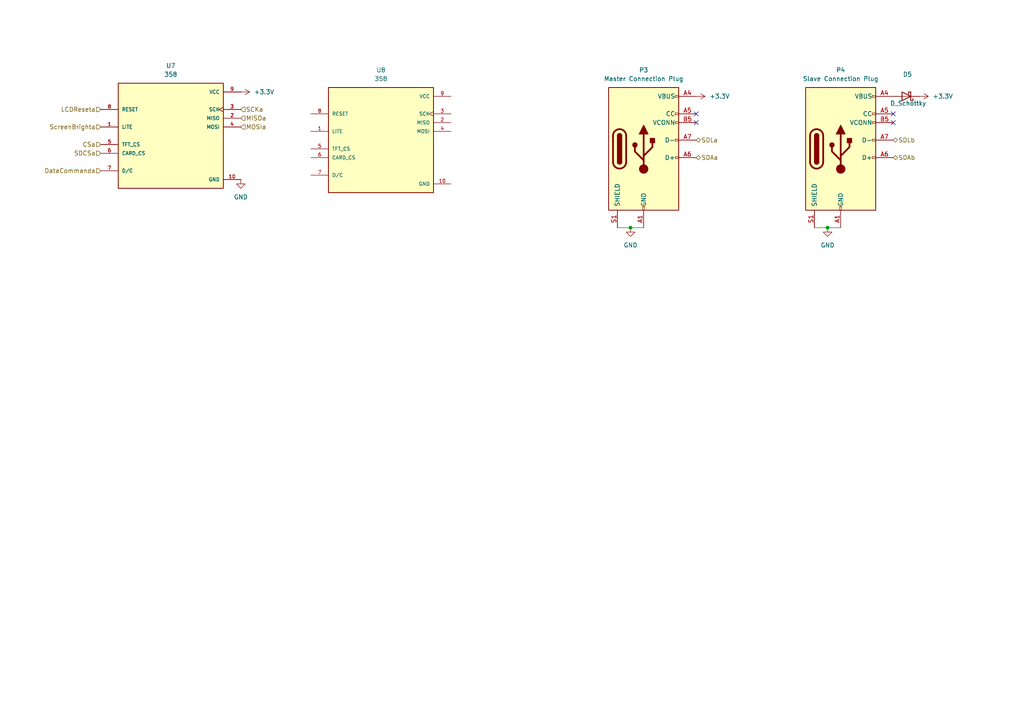
<source format=kicad_sch>
(kicad_sch (version 20250114) (generator "eeschema") (generator_version "9.0")
  (paper "A4")
  (lib_symbols
    (symbol "Connector:USB_C_Plug_USB2.0" (pin_names (offset 1.016))
      (property "Reference" "P" (at -10.16 19.05 0))
      (property "Value" "USB_C_Plug_USB2.0" (at 12.7 19.05 0))
      (symbol "USB_C_Plug_USB2.0_0_0"
        (rectangle (start -0.254 -17.78) (end 0.254 -16.764))
        (rectangle (start 10.16 15.494) (end 9.144 14.986))
        (rectangle (start 10.16 10.414) (end 9.144 9.906))
        (rectangle (start 10.16 7.874) (end 9.144 7.366))
        (rectangle (start 10.16 2.794) (end 9.144 2.286))
        (rectangle (start 10.16 -2.286) (end 9.144 -2.794))
      )
      (symbol "USB_C_Plug_USB2.0_0_1"
        (rectangle (start -10.16 17.78) (end 10.16 -17.78) (stroke (width 0.254)) (fill (type background)))
        (polyline (pts (xy -8.89 -3.81) (xy -8.89 3.81)) (stroke (width 0.508)))
        (rectangle (start -7.62 -3.81) (end -6.35 3.81) (stroke (width 0.254)) (fill (type outline)))
        (arc (start -7.62 3.81) (mid -6.985 4.4423) (end -6.35 3.81) (stroke (width 0.254)))
        (arc (start -7.62 3.81) (mid -6.985 4.4423) (end -6.35 3.81) (stroke (width 0.254)) (fill (type outline)))
        (arc (start -8.89 3.81) (mid -6.985 5.7067) (end -5.08 3.81) (stroke (width 0.508)))
        (arc (start -5.08 -3.81) (mid -6.985 -5.7067) (end -8.89 -3.81) (stroke (width 0.508)))
        (arc (start -6.35 -3.81) (mid -6.985 -4.4423) (end -7.62 -3.81) (stroke (width 0.254)))
        (arc (start -6.35 -3.81) (mid -6.985 -4.4423) (end -7.62 -3.81) (stroke (width 0.254)) (fill (type outline)))
        (polyline (pts (xy -5.08 3.81) (xy -5.08 -3.81)) (stroke (width 0.508)))
        (circle (center -2.54 1.143) (radius 0.635) (stroke (width 0.254)) (fill (type outline)))
        (polyline (pts (xy -1.27 4.318) (xy 0 6.858) (xy 1.27 4.318) (xy -1.27 4.318)) (stroke (width 0.254)) (fill (type outline)))
        (polyline (pts (xy 0 -2.032) (xy 2.54 0.508) (xy 2.54 1.778)) (stroke (width 0.508)))
        (polyline (pts (xy 0 -3.302) (xy -2.54 -0.762) (xy -2.54 0.508)) (stroke (width 0.508)))
        (polyline (pts (xy 0 -5.842) (xy 0 4.318)) (stroke (width 0.508)))
        (circle (center 0 -5.842) (radius 1.27) (fill (type outline)))
        (rectangle (start 1.905 1.778) (end 3.175 3.048) (stroke (width 0.254)) (fill (type outline)))
      )
      (symbol "USB_C_Plug_USB2.0_1_1"
        (pin passive line (at -7.62 -22.86 90) (length 5.08) (name "SHIELD") (number "S1"))
        (pin passive line (at 0 -22.86 90) (length 5.08) (name "GND") (number "A1"))
        (pin passive line (at 0 -22.86 90) (length 5.08) (hide yes) (name "GND") (number "A12"))
        (pin passive line (at 0 -22.86 90) (length 5.08) (hide yes) (name "GND") (number "B1"))
        (pin passive line (at 0 -22.86 90) (length 5.08) (hide yes) (name "GND") (number "B12"))
        (pin passive line (at 15.24 15.24 180) (length 5.08) (name "VBUS") (number "A4"))
        (pin passive line (at 15.24 15.24 180) (length 5.08) (hide yes) (name "VBUS") (number "A9"))
        (pin passive line (at 15.24 15.24 180) (length 5.08) (hide yes) (name "VBUS") (number "B4"))
        (pin passive line (at 15.24 15.24 180) (length 5.08) (hide yes) (name "VBUS") (number "B9"))
        (pin bidirectional line (at 15.24 10.16 180) (length 5.08) (name "CC") (number "A5"))
        (pin bidirectional line (at 15.24 7.62 180) (length 5.08) (name "VCONN") (number "B5"))
        (pin bidirectional line (at 15.24 2.54 180) (length 5.08) (name "D-") (number "A7"))
        (pin bidirectional line (at 15.24 -2.54 180) (length 5.08) (name "D+") (number "A6"))
      )
    )
    (symbol "Device:D_Schottky" (pin_numbers (hide yes)) (pin_names (offset 1.016) (hide yes))
      (property "Reference" "D" (at 0 2.54 0))
      (property "Value" "D_Schottky" (at 0 -2.54 0))
      (symbol "D_Schottky_0_1"
        (polyline (pts (xy -1.905 0.635) (xy -1.905 1.27) (xy -1.27 1.27) (xy -1.27 -1.27) (xy -0.635 -1.27) (xy -0.635 -0.635)) (stroke (width 0.254)))
        (polyline (pts (xy 1.27 1.27) (xy 1.27 -1.27) (xy -1.27 0) (xy 1.27 1.27)) (stroke (width 0.254)))
        (polyline (pts (xy 1.27 0) (xy -1.27 0)))
      )
      (symbol "D_Schottky_1_1"
        (pin passive line (at -3.81 0 0) (length 2.54) (name "K") (number "1"))
        (pin passive line (at 3.81 0 180) (length 2.54) (name "A") (number "2"))
      )
    )
    (symbol "led:358" (pin_names (offset 1.016))
      (property "Reference" "U" (at -15.24 16.002 0))
      (property "Value" "358" (at -15.24 -17.78 0))
      (symbol "358_0_0"
        (rectangle (start -15.24 -15.24) (end 15.24 15.24) (stroke (width 0.254)) (fill (type background)))
        (pin input line (at -20.32 7.62 0) (length 5.08) (name "RESET") (number "8"))
        (pin input line (at -20.32 2.54 0) (length 5.08) (name "LITE") (number "1"))
        (pin input line (at -20.32 -2.54 0) (length 5.08) (name "TFT_CS") (number "5"))
        (pin input line (at -20.32 -5.08 0) (length 5.08) (name "CARD_CS") (number "6"))
        (pin input line (at -20.32 -10.16 0) (length 5.08) (name "D/C") (number "7"))
        (pin power_in line (at 20.32 12.7 180) (length 5.08) (name "VCC") (number "9"))
        (pin input clock (at 20.32 7.62 180) (length 5.08) (name "SCK") (number "3"))
        (pin output line (at 20.32 5.08 180) (length 5.08) (name "MISO") (number "2"))
        (pin input line (at 20.32 2.54 180) (length 5.08) (name "MOSI") (number "4"))
        (pin power_in line (at 20.32 -12.7 180) (length 5.08) (name "GND") (number "10"))
      )
    )
    (symbol "power:+3.3V" (power) (pin_numbers (hide yes)) (pin_names (offset 0) (hide yes))
      (property "Value" "+3.3V" (at 0 3.556 0))
      (symbol "+3.3V_0_1"
        (polyline (pts (xy -0.762 1.27) (xy 0 2.54)))
        (polyline (pts (xy 0 2.54) (xy 0.762 1.27)))
        (polyline (pts (xy 0 0) (xy 0 2.54)))
      )
      (symbol "+3.3V_1_1"
        (pin power_in line (at 0 0 90) (length 0) (name "~") (number "1"))
      )
    )
    (symbol "power:GND" (power) (pin_numbers (hide yes)) (pin_names (offset 0) (hide yes))
      (property "Value" "GND" (at 0 -3.81 0))
      (symbol "GND_0_1"
        (polyline (pts (xy 0 0) (xy 0 -1.27) (xy 1.27 -1.27) (xy 0 -2.54) (xy -1.27 -1.27) (xy 0 -1.27)))
      )
      (symbol "GND_1_1"
        (pin power_in line (at 0 0 270) (length 0) (name "~") (number "1"))
      )
    )
  )
  (junction (at 182.88 66.04))
  (junction (at 240.03 66.04))
  (no_connect (at 259.08 33.02))
  (no_connect (at 201.93 33.02))
  (no_connect (at 201.93 35.56))
  (no_connect (at 259.08 35.56))
  (wire (pts (xy 182.88 66.04) (xy 186.69 66.04)))
  (wire (pts (xy 179.07 66.04) (xy 182.88 66.04)))
  (wire (pts (xy 236.22 66.04) (xy 240.03 66.04)))
  (wire (pts (xy 240.03 66.04) (xy 243.84 66.04)))
  (hierarchical_label "CSa" (shape input) (at 29.21 41.91 180))
  (hierarchical_label "MISOa" (shape input) (at 69.85 34.29 0))
  (hierarchical_label "SDCSa" (shape input) (at 29.21 44.45 180))
  (hierarchical_label "SCKa" (shape input) (at 69.85 31.75 0))
  (hierarchical_label "SDLa" (shape bidirectional) (at 201.93 40.64 0))
  (hierarchical_label "SDLb" (shape bidirectional) (at 259.08 40.64 0))
  (hierarchical_label "DataCommanda" (shape input) (at 29.21 49.53 180))
  (hierarchical_label "ScreenBrighta" (shape input) (at 29.21 36.83 180))
  (hierarchical_label "SDAb" (shape bidirectional) (at 259.08 45.72 0))
  (hierarchical_label "SDAa" (shape bidirectional) (at 201.93 45.72 0))
  (hierarchical_label "MOSIa" (shape input) (at 69.85 36.83 0))
  (hierarchical_label "LCDReseta" (shape input) (at 29.21 31.75 180))
  (symbol (lib_id "power:+3.3V") (at 69.85 26.67 270) (unit 1)
    (property "Reference" "#PWR017" (effects (hide yes)))
    (property "Value" "+3.3V" (at 73.66 26.6699 90) (effects (justify left)))
    (property "Description" "Power symbol creates a global label with name \"+3.3V\"" (effects (hide yes)))
  )
  (symbol (lib_id "power:GND") (at 240.03 66.04 0) (unit 1)
    (property "Reference" "#PWR024" (effects (hide yes)))
    (property "Value" "GND" (at 240.03 71.12 0))
    (property "Description" "Power symbol creates a global label with name \"GND\" , ground" (effects (hide yes)))
  )
  (symbol (lib_id "power:+3.3V") (at 266.7 27.94 270) (unit 1)
    (property "Reference" "#PWR019" (effects (hide yes)))
    (property "Value" "+3.3V" (at 270.51 27.9399 90) (effects (justify left)))
    (property "Description" "Power symbol creates a global label with name \"+3.3V\"" (effects (hide yes)))
  )
  (symbol (lib_id "led:358") (at 49.53 39.37 0) (unit 1)
    (property "Reference" "U7" (at 49.53 19.05 0))
    (property "Value" "358" (at 49.53 21.59 0))
    (property "Footprint" "LCD:MODULE_358" (effects (hide yes)))
    (property "PARTREV" "2021-12-09" (effects (hide yes)))
    (property "MANUFACTURER" "Adafruit Industries" (effects (hide yes)))
    (property "STANDARD" "Manufacturer Recommendations" (effects (hide yes)))
  )
  (symbol (lib_id "power:GND") (at 69.85 52.07 0) (unit 1)
    (property "Reference" "#PWR020" (effects (hide yes)))
    (property "Value" "GND" (at 69.85 57.15 0))
    (property "Description" "Power symbol creates a global label with name \"GND\" , ground" (effects (hide yes)))
  )
  (symbol (lib_id "Connector:USB_C_Plug_USB2.0") (at 186.69 43.18 0) (unit 1)
    (property "Reference" "P3" (at 186.69 20.32 0))
    (property "Value" "Master Connection Plug" (at 186.69 22.86 0))
    (property "Footprint" "Custom Lib:USB_C_Receptacle_GCT_USB4110" (effects (hide yes)))
    (property "Datasheet" "https://www.usb.org/sites/default/files/documents/usb_type-c.zip" (effects (hide yes)))
    (property "Description" "USB 2.0-only Type-C Plug connector" (effects (hide yes)))
  )
  (symbol (lib_id "led:358") (at 110.49 40.64 0) (unit 1)
    (property "Reference" "U8" (at 110.49 20.32 0))
    (property "Value" "358" (at 110.49 22.86 0))
    (property "Footprint" "LCD:MODULE_358" (effects (hide yes)))
    (property "PARTREV" "2021-12-09" (effects (hide yes)))
    (property "MANUFACTURER" "Adafruit Industries" (effects (hide yes)))
    (property "STANDARD" "Manufacturer Recommendations" (effects (hide yes)))
  )
  (symbol (lib_id "Connector:USB_C_Plug_USB2.0") (at 243.84 43.18 0) (unit 1)
    (property "Reference" "P4" (at 243.84 20.32 0))
    (property "Value" "Slave Connection Plug" (at 243.84 22.86 0))
    (property "Footprint" "Custom Lib:USB_C_Receptacle_GCT_USB4110" (effects (hide yes)))
    (property "Datasheet" "https://www.usb.org/sites/default/files/documents/usb_type-c.zip" (effects (hide yes)))
    (property "Description" "USB 2.0-only Type-C Plug connector" (effects (hide yes)))
  )
  (symbol (lib_id "power:GND") (at 182.88 66.04 0) (unit 1)
    (property "Reference" "#PWR023" (effects (hide yes)))
    (property "Value" "GND" (at 182.88 71.12 0))
    (property "Description" "Power symbol creates a global label with name \"GND\" , ground" (effects (hide yes)))
  )
  (symbol (lib_id "Device:D_Schottky") (at 262.89 27.94 180) (unit 1)
    (property "Reference" "D5" (at 263.2075 21.59 0))
    (property "Value" "D_Schottky" (at 263.398 29.972 0))
    (property "Footprint" "PCM_JLCPCB:D_SOT-23" (effects (hide yes)))
    (property "Datasheet" "https://diotec.com/request/datasheet/bat54.pdf" (effects (hide yes)))
    (property "Description" "BAT54" (effects (hide yes)))
  )
  (symbol (lib_id "power:+3.3V") (at 201.93 27.94 270) (unit 1)
    (property "Reference" "#PWR018" (effects (hide yes)))
    (property "Value" "+3.3V" (at 205.74 27.9399 90) (effects (justify left)))
    (property "Description" "Power symbol creates a global label with name \"+3.3V\"" (effects (hide yes)))
  )
)
</source>
